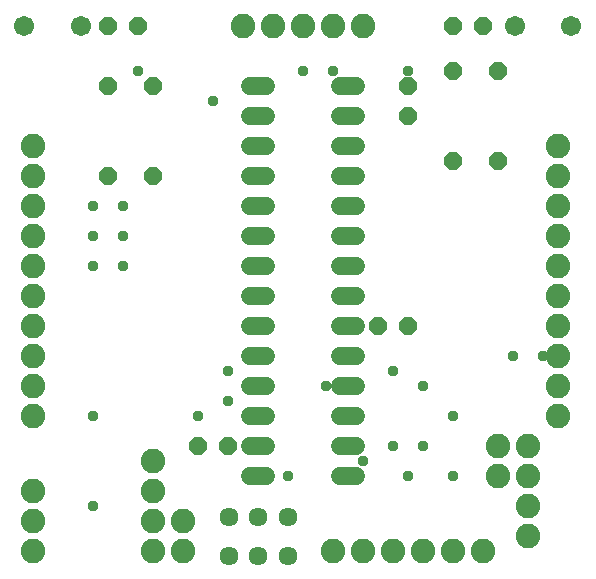
<source format=gbr>
G04 EAGLE Gerber RS-274X export*
G75*
%MOMM*%
%FSLAX34Y34*%
%LPD*%
%INSoldermask Bottom*%
%IPPOS*%
%AMOC8*
5,1,8,0,0,1.08239X$1,22.5*%
G01*
%ADD10P,1.649562X8X292.500000*%
%ADD11P,1.649562X8X202.500000*%
%ADD12P,1.649562X8X22.500000*%
%ADD13P,1.649562X8X112.500000*%
%ADD14C,1.524000*%
%ADD15C,2.082800*%
%ADD16C,1.611200*%
%ADD17C,1.711200*%
%ADD18C,0.959600*%


D10*
X342900Y419100D03*
X342900Y393700D03*
D11*
X190500Y114300D03*
X165100Y114300D03*
D12*
X317500Y215900D03*
X342900Y215900D03*
X381000Y469900D03*
X406400Y469900D03*
X88900Y469900D03*
X114300Y469900D03*
D10*
X419100Y431800D03*
X419100Y355600D03*
D13*
X127000Y342900D03*
X127000Y419100D03*
D10*
X381000Y431800D03*
X381000Y355600D03*
X88900Y419100D03*
X88900Y342900D03*
D14*
X209296Y419100D02*
X222504Y419100D01*
X222504Y393700D02*
X209296Y393700D01*
X209296Y368300D02*
X222504Y368300D01*
X222504Y342900D02*
X209296Y342900D01*
X209296Y317500D02*
X222504Y317500D01*
X222504Y292100D02*
X209296Y292100D01*
X209296Y266700D02*
X222504Y266700D01*
X222504Y241300D02*
X209296Y241300D01*
X209296Y215900D02*
X222504Y215900D01*
X222504Y190500D02*
X209296Y190500D01*
X209296Y165100D02*
X222504Y165100D01*
X222504Y139700D02*
X209296Y139700D01*
X209296Y114300D02*
X222504Y114300D01*
X222504Y88900D02*
X209296Y88900D01*
X285496Y88900D02*
X298704Y88900D01*
X298704Y114300D02*
X285496Y114300D01*
X285496Y139700D02*
X298704Y139700D01*
X298704Y165100D02*
X285496Y165100D01*
X285496Y190500D02*
X298704Y190500D01*
X298704Y215900D02*
X285496Y215900D01*
X285496Y241300D02*
X298704Y241300D01*
X298704Y266700D02*
X285496Y266700D01*
X285496Y292100D02*
X298704Y292100D01*
X298704Y317500D02*
X285496Y317500D01*
X285496Y342900D02*
X298704Y342900D01*
X298704Y368300D02*
X285496Y368300D01*
X285496Y393700D02*
X298704Y393700D01*
X298704Y419100D02*
X285496Y419100D01*
D15*
X419100Y114300D03*
X419100Y88900D03*
X469900Y368300D03*
X469900Y342900D03*
X469900Y317500D03*
X469900Y292100D03*
X469900Y266700D03*
X469900Y241300D03*
X469900Y215900D03*
X469900Y190500D03*
X469900Y165100D03*
X469900Y139700D03*
X25400Y139700D03*
X25400Y165100D03*
X25400Y190500D03*
X25400Y215900D03*
X25400Y241300D03*
X25400Y368300D03*
X25400Y342900D03*
X25400Y317500D03*
X25400Y292100D03*
X25400Y266700D03*
X25400Y76200D03*
X25400Y25400D03*
X25400Y50800D03*
X152400Y50800D03*
X152400Y25400D03*
D16*
X215900Y54600D03*
X190900Y54600D03*
X240900Y54600D03*
X240900Y21600D03*
X215900Y21600D03*
X190900Y21600D03*
D15*
X127000Y25400D03*
X127000Y50800D03*
X127000Y76200D03*
X127000Y101600D03*
X406400Y25400D03*
X381000Y25400D03*
X355600Y25400D03*
X330200Y25400D03*
X304800Y25400D03*
X279400Y25400D03*
X203200Y469900D03*
X228600Y469900D03*
X254000Y469900D03*
X279400Y469900D03*
X304800Y469900D03*
X444500Y38100D03*
X444500Y63500D03*
X444500Y88900D03*
X444500Y114300D03*
D17*
X481200Y469900D03*
X433200Y469900D03*
X17910Y469900D03*
X65910Y469900D03*
D18*
X342900Y431800D03*
X76200Y63500D03*
X76200Y139700D03*
X165100Y139700D03*
X342900Y88900D03*
X304800Y101600D03*
X254000Y431800D03*
X279400Y431800D03*
X114300Y431800D03*
X190500Y152400D03*
X177800Y406400D03*
X190500Y177800D03*
X381000Y139700D03*
X381000Y88900D03*
X355600Y165100D03*
X355600Y114300D03*
X273586Y165100D03*
X76200Y317500D03*
X101600Y317500D03*
X76200Y292100D03*
X101600Y292100D03*
X241300Y88900D03*
X76200Y266700D03*
X101600Y266700D03*
X330200Y114300D03*
X330200Y177800D03*
X431800Y190500D03*
X457200Y190500D03*
M02*

</source>
